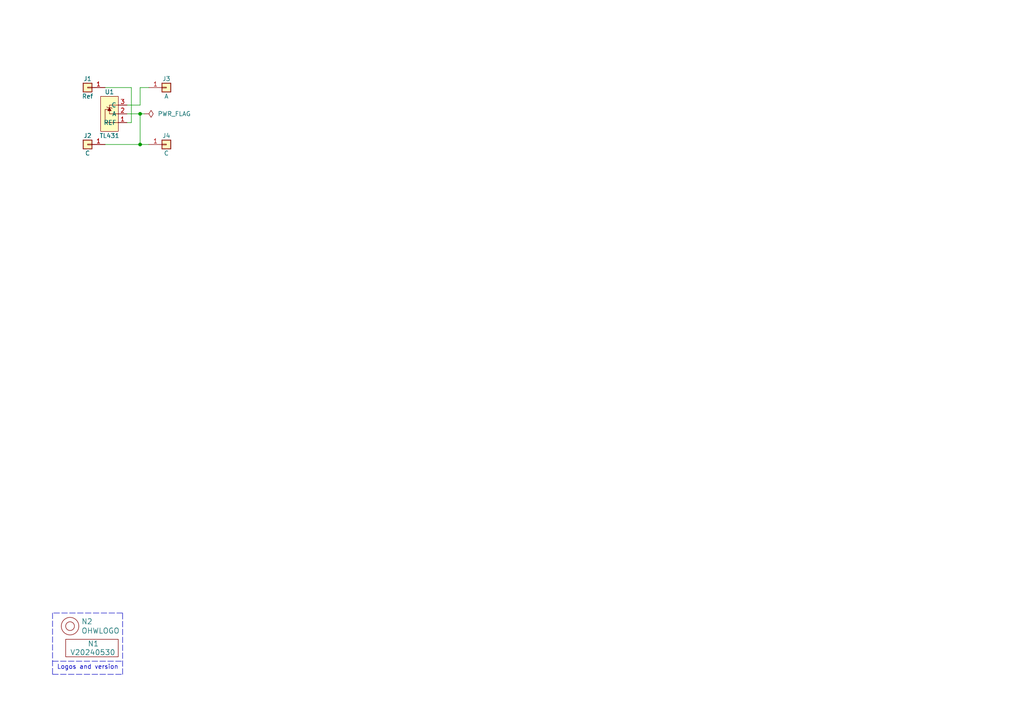
<source format=kicad_sch>
(kicad_sch (version 20230121) (generator eeschema)
  (paper "A4")
  (lib_symbols
    (symbol "Connector_Generic:Conn_01x01" (pin_names (offset 1.016) hide)
      (property "Reference" "J" (at 0 2.54 0))
      (property "Value" "Conn_01x01" (at 0 -2.54 0))
      (symbol "Conn_01x01_1_1"
        (rectangle (start -1.27 0.127) (end 0 -0.127) (stroke (width 0.1524)))
        (rectangle (start -1.27 1.27) (end 1.27 -1.27) (stroke (width 0.254)) (fill (type background)))
        (pin passive line (at -5.08 0 0) (length 3.81) (name "Pin_1") (number "1"))
      )
    )
    (symbol "SquantorGenericAnalog:TL431_TO-92"
      (property "Reference" "U" (at 0 6.35 0))
      (property "Value" "TL431" (at 0 -6.35 0))
      (symbol "TL431_TO-92_0_1"
        (polyline (pts (xy -2.54 0) (xy 0 0) (xy 0 -2.54) (xy -2.54 -2.54)))
        (polyline (pts (xy -2.54 2.54) (xy 1.27 2.54) (xy 1.27 -1.27) (xy 0 -1.27)))
        (polyline (pts (xy -0.762 -1.524) (xy -0.508 -1.778) (xy 0.508 -1.778) (xy 0.762 -2.032)))
      )
      (symbol "TL431_TO-92_1_1"
        (rectangle (start -2.54 5.08) (end 2.54 -5.08) (fill (type background)))
        (polyline (pts (xy 0 -1.778) (xy 0.508 -0.889) (xy -0.508 -0.889) (xy 0 -1.778)) (fill (type outline)))
        (pin input line (at -5.08 2.54 0) (length 2.54) (name "REF") (number "1"))
        (pin power_in line (at -5.08 0 0) (length 2.54) (name "A") (number "2"))
        (pin power_out line (at -5.08 -2.54 0) (length 2.54) (name "C") (number "3"))
      )
    )
    (symbol "SquantorLabels:OHWLOGO" (pin_names (offset 1.016))
      (property "Reference" "N" (at 0 3.81 0))
      (property "Value" "OHWLOGO" (at 0 -3.81 0))
      (symbol "OHWLOGO_0_1"
        (circle (center 0 0) (radius 1.27))
        (circle (center 0 0) (radius 2.54))
      )
    )
    (symbol "SquantorLabels:VYYYYMMDD" (pin_names (offset 1.016))
      (property "Reference" "N" (at 0 2.54 0))
      (property "Value" "VYYYYMMDD" (at 0 0 0))
      (symbol "VYYYYMMDD_0_1"
        (rectangle (start 7.62 -1.27) (end -7.62 3.81))
      )
    )
    (symbol "power:PWR_FLAG" (power) (pin_numbers hide) (pin_names (offset 0) hide)
      (property "Value" "PWR_FLAG" (at 0 3.81 0))
      (symbol "PWR_FLAG_0_0"
        (pin power_out line (at 0 0 90) (length 0) (name "pwr") (number "1"))
      )
      (symbol "PWR_FLAG_0_1"
        (polyline (pts (xy 0 0) (xy 0 1.27) (xy -1.016 1.905) (xy 0 2.54) (xy 1.016 1.905) (xy 0 1.27)))
      )
    )
  )
  (junction (at 40.64 33.02))
  (junction (at 40.64 41.91))
  (wire (pts (xy 36.83 35.56) (xy 38.1 35.56)))
  (wire (pts (xy 38.1 35.56) (xy 38.1 25.4)))
  (wire (pts (xy 36.83 30.48) (xy 40.64 30.48)))
  (polyline (pts (xy 15.24 191.77) (xy 35.56 191.77)) (stroke (width 0) (type dash)))
  (wire (pts (xy 40.64 33.02) (xy 40.64 41.91)))
  (wire (pts (xy 36.83 33.02) (xy 40.64 33.02)))
  (polyline (pts (xy 15.24 195.58) (xy 35.56 195.58)) (stroke (width 0) (type dash)))
  (wire (pts (xy 40.64 33.02) (xy 41.91 33.02)))
  (polyline (pts (xy 15.24 177.8) (xy 15.24 195.58)) (stroke (width 0) (type dash)))
  (wire (pts (xy 40.64 41.91) (xy 43.18 41.91)))
  (wire (pts (xy 43.18 25.4) (xy 40.64 25.4)))
  (polyline (pts (xy 35.56 195.58) (xy 35.56 177.8)) (stroke (width 0) (type dash)))
  (wire (pts (xy 30.48 41.91) (xy 40.64 41.91)))
  (wire (pts (xy 40.64 25.4) (xy 40.64 30.48)))
  (polyline (pts (xy 35.56 177.8) (xy 15.24 177.8)) (stroke (width 0) (type dash)))
  (wire (pts (xy 38.1 25.4) (xy 30.48 25.4)))
  (text "Logos and version" (at 16.51 194.31 0) (effects (font (size 1.27 1.27)) (justify left bottom)))
  (symbol (lib_id "SquantorLabels:VYYYYMMDD") (at 26.67 189.23 0) (unit 1)
    (property "Reference" "N1" (at 25.4 186.69 0) (effects (font (size 1.524 1.524)) (justify left)))
    (property "Value" "V20240530" (at 20.32 189.23 0) (effects (font (size 1.524 1.524)) (justify left)))
    (property "Footprint" "SquantorLabels:Label_Generic" (effects hide))
  )
  (symbol (lib_id "SquantorLabels:OHWLOGO") (at 20.32 181.61 0) (unit 1)
    (property "Reference" "N2" (at 23.5712 180.2638 0) (effects (font (size 1.524 1.524)) (justify left)))
    (property "Value" "OHWLOGO" (at 23.5712 182.9562 0) (effects (font (size 1.524 1.524)) (justify left)))
    (property "Footprint" "Symbol:OSHW-Symbol_6.7x6mm_SilkScreen" (effects hide))
  )
  (symbol (lib_id "Connector_Generic:Conn_01x01") (at 25.4 41.91 180) (unit 1)
    (property "Reference" "J2" (at 25.4 39.37 0))
    (property "Value" "C" (at 25.4 44.45 0))
    (property "Footprint" "mill-max:PC_pin_nail_head_6092" (effects hide))
  )
  (symbol (lib_id "Connector_Generic:Conn_01x01") (at 25.4 25.4 180) (unit 1)
    (property "Reference" "J1" (at 25.4 22.86 0))
    (property "Value" "Ref" (at 25.4 27.94 0))
    (property "Footprint" "mill-max:PC_pin_nail_head_6092" (effects hide))
  )
  (symbol (lib_id "Connector_Generic:Conn_01x01") (at 48.26 25.4 0) (mirror x) (unit 1)
    (property "Reference" "J3" (at 48.26 22.86 0))
    (property "Value" "A" (at 48.26 27.94 0))
    (property "Footprint" "mill-max:PC_pin_nail_head_6092" (effects hide))
  )
  (symbol (lib_id "Connector_Generic:Conn_01x01") (at 48.26 41.91 0) (mirror x) (unit 1)
    (property "Reference" "J4" (at 48.26 39.37 0))
    (property "Value" "C" (at 48.26 44.45 0))
    (property "Footprint" "mill-max:PC_pin_nail_head_6092" (effects hide))
  )
  (symbol (lib_id "SquantorGenericAnalog:TL431_TO-92") (at 31.75 33.02 180) (unit 1)
    (property "Reference" "U1" (at 31.75 26.67 0))
    (property "Value" "TL431" (at 31.75 39.37 0))
    (property "Footprint" "SquantorIC:TO-92L_Inline" (effects hide))
  )
  (symbol (lib_id "power:PWR_FLAG") (at 41.91 33.02 270) (unit 1)
    (property "Reference" "#FLG01" (effects hide))
    (property "Value" "PWR_FLAG" (at 45.72 33.02 90) (effects (justify left)))
  )
)
</source>
